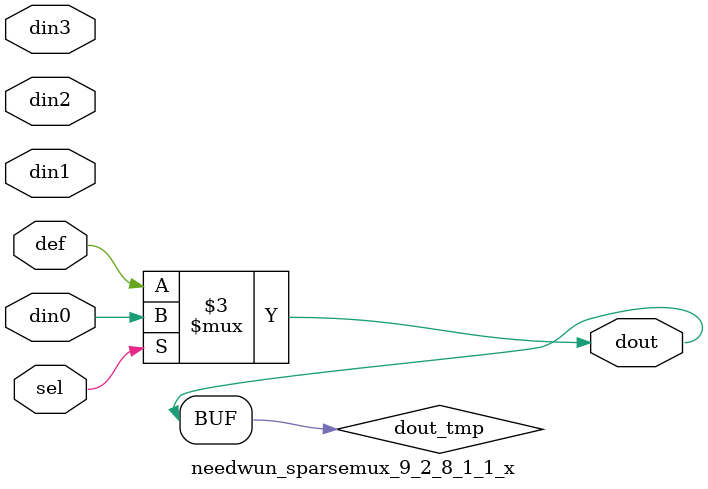
<source format=v>
module needwun_sparsemux_9_2_8_1_1_x (din0,din1,din2,din3,def,sel,dout); 
parameter din0_WIDTH = 1;
parameter din1_WIDTH = 1;
parameter din2_WIDTH = 1;
parameter din3_WIDTH = 1;
parameter def_WIDTH = 1;
parameter sel_WIDTH = 1;
parameter dout_WIDTH = 1;
parameter [sel_WIDTH-1:0] CASE0 = 1;
parameter [sel_WIDTH-1:0] CASE1 = 1;
parameter [sel_WIDTH-1:0] CASE2 = 1;
parameter [sel_WIDTH-1:0] CASE3 = 1;
parameter ID = 1;
parameter NUM_STAGE = 1;
input [din0_WIDTH-1:0] din0;
input [din1_WIDTH-1:0] din1;
input [din2_WIDTH-1:0] din2;
input [din3_WIDTH-1:0] din3;
input [def_WIDTH-1:0] def;
input [sel_WIDTH-1:0] sel;
output [dout_WIDTH-1:0] dout;
reg [dout_WIDTH-1:0] dout_tmp;
always @ (*) begin
(* parallel_case *) case (sel)
    CASE0 : dout_tmp = din0;
    CASE1 : dout_tmp = din1;
    CASE2 : dout_tmp = din2;
    CASE3 : dout_tmp = din3;
    default : dout_tmp = def;
endcase
end
assign dout = dout_tmp;
endmodule
</source>
